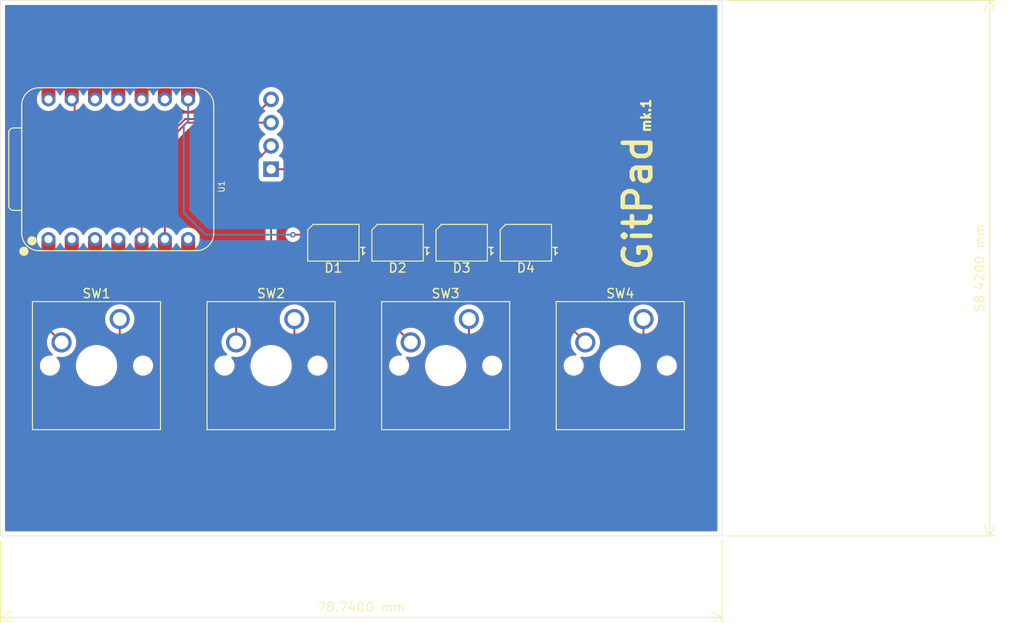
<source format=kicad_pcb>
(kicad_pcb (version 20240108) (generator "pcbnew") (generator_version "8.0")
  (layers (0 "F.Cu" signal) (31 "B.Cu" signal) (34 "B.Paste" user) (35 "F.Paste" user) (36 "B.SilkS" user "B.Silkscreen") (37 "F.SilkS" user "F.Silkscreen") (38 "B.Mask" user) (39 "F.Mask" user) (44 "Edge.Cuts" user))
  (net 0 "")
  (net 1 "Net-(D1-DOUT)")
  (net 2 "GND")
  (net 3 "Net-(D1-DIN)")
  (net 4 "+5V")
  (net 5 "Net-(D2-DOUT)")
  (net 6 "Net-(D3-DOUT)")
  (net 8 "SCL")
  (net 9 "SDA")
  (net 10 "Net-(U1-GPIO26{slash}ADC0{slash}A0)")
  (net 11 "Net-(U1-GPIO27{slash}ADC1{slash}A1)")
  (net 12 "Net-(U1-GPIO28{slash}ADC2{slash}A2)")
  (net 13 "Net-(U1-GPIO29{slash}ADC3{slash}A3)")
  (footprint "Button_Switch_Keyboard:SW_Cherry_MX_1.00u_PCB" (layer "F.Cu") (at 188.2775 63.97625)
    (property "Reference" "SW3" (at -2.54 -2.794 0) (layer "F.SilkS"))
    (property "Value" "SW_Push")
    (fp_line (start -9.525 -1.905) (end 4.445 -1.905) (stroke (width 0.12)) (layer "F.SilkS"))
    (fp_line (start -9.525 12.065) (end -9.525 -1.905) (stroke (width 0.12)) (layer "F.SilkS"))
    (fp_line (start 4.445 -1.905) (end 4.445 12.065) (stroke (width 0.12)) (layer "F.SilkS"))
    (fp_line (start 4.445 12.065) (end -9.525 12.065) (stroke (width 0.12)) (layer "F.SilkS"))
    (pad "" np_thru_hole circle (at -7.62 5.08) (size 1.7 1.7) (drill 1.7) (layers "*.Cu" "*.Mask"))
    (pad "" np_thru_hole circle (at -2.54 5.08) (size 4 4) (drill 4) (layers "*.Cu" "*.Mask"))
    (pad "" np_thru_hole circle (at 2.54 5.08) (size 1.7 1.7) (drill 1.7) (layers "*.Cu" "*.Mask"))
    (pad "1" thru_hole circle (at 0 0) (size 2.2 2.2) (drill 1.5) (layers "*.Cu" "*.Mask") (net 2 "GND"))
    (pad "2" thru_hole circle (at -6.35 2.54) (size 2.2 2.2) (drill 1.5) (layers "*.Cu" "*.Mask") (net 12 "Net-(U1-GPIO28{slash}ADC2{slash}A2)"))
  )
  (footprint "LED_SMD:LED_SK6812MINI_PLCC4_3.5x3.5mm_P1.75mm" (layer "F.Cu") (at 187.4875 55.64375 180)
    (property "Reference" "D3" (at 0 -2.75 360) (layer "F.SilkS"))
    (property "Value" "SK6812MINI")
    (fp_line (start 2.8 1.4) (end 2.8 -2) (stroke (width 0.12)) (layer "F.SilkS"))
    (fp_line (start 2.8 1.4) (end 2.2 2) (stroke (width 0.12)) (layer "F.SilkS"))
    (fp_line (start -2.8 2) (end 2.2 2) (stroke (width 0.12)) (layer "F.SilkS"))
    (fp_line (start -2.8 -2) (end 2.8 -2) (stroke (width 0.12)) (layer "F.SilkS"))
    (fp_line (start -2.8 -2) (end -2.8 2) (stroke (width 0.12)) (layer "F.SilkS"))
    (fp_text user "1" (at -3.2 -0.875 180) (layer "F.SilkS") (effects (font (size 0.8 0.8))))
    (pad "1" smd rect (at -1.75 -0.875 180) (size 1.6 0.85) (layers "F.Cu" "F.Paste" "F.Mask") (net 6 "Net-(D3-DOUT)"))
    (pad "2" smd rect (at -1.75 0.875 180) (size 1.6 0.85) (layers "F.Cu" "F.Paste" "F.Mask") (net 2 "GND"))
    (pad "3" smd rect (at 1.75 0.875 180) (size 1.6 0.85) (layers "F.Cu" "F.Paste" "F.Mask") (net 5 "Net-(D2-DOUT)"))
    (pad "4" smd rect (at 1.75 -0.875 180) (size 1.6 0.85) (layers "F.Cu" "F.Paste" "F.Mask") (net 4 "+5V"))
  )
  (footprint "Button_Switch_Keyboard:SW_Cherry_MX_1.00u_PCB" (layer "F.Cu") (at 207.3275 63.97625)
    (property "Reference" "SW4" (at -2.54 -2.794 0) (layer "F.SilkS"))
    (property "Value" "SW_Push")
    (fp_line (start -9.525 -1.905) (end 4.445 -1.905) (stroke (width 0.12)) (layer "F.SilkS"))
    (fp_line (start -9.525 12.065) (end -9.525 -1.905) (stroke (width 0.12)) (layer "F.SilkS"))
    (fp_line (start 4.445 -1.905) (end 4.445 12.065) (stroke (width 0.12)) (layer "F.SilkS"))
    (fp_line (start 4.445 12.065) (end -9.525 12.065) (stroke (width 0.12)) (layer "F.SilkS"))
    (pad "" np_thru_hole circle (at -7.62 5.08) (size 1.7 1.7) (drill 1.7) (layers "*.Cu" "*.Mask"))
    (pad "" np_thru_hole circle (at -2.54 5.08) (size 4 4) (drill 4) (layers "*.Cu" "*.Mask"))
    (pad "" np_thru_hole circle (at 2.54 5.08) (size 1.7 1.7) (drill 1.7) (layers "*.Cu" "*.Mask"))
    (pad "1" thru_hole circle (at 0 0) (size 2.2 2.2) (drill 1.5) (layers "*.Cu" "*.Mask") (net 2 "GND"))
    (pad "2" thru_hole circle (at -6.35 2.54) (size 2.2 2.2) (drill 1.5) (layers "*.Cu" "*.Mask") (net 13 "Net-(U1-GPIO29{slash}ADC3{slash}A3)"))
  )
  (footprint "LED_SMD:LED_SK6812MINI_PLCC4_3.5x3.5mm_P1.75mm" (layer "F.Cu") (at 180.4875 55.64375 180)
    (property "Reference" "D2" (at 0 -2.75 360) (layer "F.SilkS"))
    (property "Value" "SK6812MINI")
    (fp_line (start 2.8 1.4) (end 2.8 -2) (stroke (width 0.12)) (layer "F.SilkS"))
    (fp_line (start 2.8 1.4) (end 2.2 2) (stroke (width 0.12)) (layer "F.SilkS"))
    (fp_line (start -2.8 2) (end 2.2 2) (stroke (width 0.12)) (layer "F.SilkS"))
    (fp_line (start -2.8 -2) (end 2.8 -2) (stroke (width 0.12)) (layer "F.SilkS"))
    (fp_line (start -2.8 -2) (end -2.8 2) (stroke (width 0.12)) (layer "F.SilkS"))
    (fp_text user "1" (at -3.2 -0.875 180) (layer "F.SilkS") (effects (font (size 0.8 0.8))))
    (pad "1" smd rect (at -1.75 -0.875 180) (size 1.6 0.85) (layers "F.Cu" "F.Paste" "F.Mask") (net 5 "Net-(D2-DOUT)"))
    (pad "2" smd rect (at -1.75 0.875 180) (size 1.6 0.85) (layers "F.Cu" "F.Paste" "F.Mask") (net 2 "GND"))
    (pad "3" smd rect (at 1.75 0.875 180) (size 1.6 0.85) (layers "F.Cu" "F.Paste" "F.Mask") (net 1 "Net-(D1-DOUT)"))
    (pad "4" smd rect (at 1.75 -0.875 180) (size 1.6 0.85) (layers "F.Cu" "F.Paste" "F.Mask") (net 4 "+5V"))
  )
  (footprint "Button_Switch_Keyboard:SW_Cherry_MX_1.00u_PCB" (layer "F.Cu") (at 150.1775 63.97625)
    (property "Reference" "SW1" (at -2.54 -2.794 0) (layer "F.SilkS"))
    (property "Value" "SW_Push")
    (fp_line (start -9.525 -1.905) (end 4.445 -1.905) (stroke (width 0.12)) (layer "F.SilkS"))
    (fp_line (start -9.525 12.065) (end -9.525 -1.905) (stroke (width 0.12)) (layer "F.SilkS"))
    (fp_line (start 4.445 -1.905) (end 4.445 12.065) (stroke (width 0.12)) (layer "F.SilkS"))
    (fp_line (start 4.445 12.065) (end -9.525 12.065) (stroke (width 0.12)) (layer "F.SilkS"))
    (pad "" np_thru_hole circle (at -7.62 5.08) (size 1.7 1.7) (drill 1.7) (layers "*.Cu" "*.Mask"))
    (pad "" np_thru_hole circle (at -2.54 5.08) (size 4 4) (drill 4) (layers "*.Cu" "*.Mask"))
    (pad "" np_thru_hole circle (at 2.54 5.08) (size 1.7 1.7) (drill 1.7) (layers "*.Cu" "*.Mask"))
    (pad "1" thru_hole circle (at 0 0) (size 2.2 2.2) (drill 1.5) (layers "*.Cu" "*.Mask") (net 2 "GND"))
    (pad "2" thru_hole circle (at -6.35 2.54) (size 2.2 2.2) (drill 1.5) (layers "*.Cu" "*.Mask") (net 10 "Net-(U1-GPIO26{slash}ADC0{slash}A0)"))
  )
  (footprint "LED_SMD:LED_SK6812MINI_PLCC4_3.5x3.5mm_P1.75mm" (layer "F.Cu") (at 194.4875 55.64375 180)
    (property "Reference" "D4" (at 0 -2.75 360) (layer "F.SilkS"))
    (property "Value" "SK6812MINI")
    (fp_line (start 2.8 1.4) (end 2.8 -2) (stroke (width 0.12)) (layer "F.SilkS"))
    (fp_line (start 2.8 1.4) (end 2.2 2) (stroke (width 0.12)) (layer "F.SilkS"))
    (fp_line (start -2.8 2) (end 2.2 2) (stroke (width 0.12)) (layer "F.SilkS"))
    (fp_line (start -2.8 -2) (end 2.8 -2) (stroke (width 0.12)) (layer "F.SilkS"))
    (fp_line (start -2.8 -2) (end -2.8 2) (stroke (width 0.12)) (layer "F.SilkS"))
    (fp_text user "1" (at -3.2 -0.875 180) (layer "F.SilkS") (effects (font (size 0.8 0.8))))
    (pad "1" smd rect (at -1.75 -0.875 180) (size 1.6 0.85) (layers "F.Cu" "F.Paste" "F.Mask"))
    (pad "2" smd rect (at -1.75 0.875 180) (size 1.6 0.85) (layers "F.Cu" "F.Paste" "F.Mask") (net 2 "GND"))
    (pad "3" smd rect (at 1.75 0.875 180) (size 1.6 0.85) (layers "F.Cu" "F.Paste" "F.Mask") (net 6 "Net-(D3-DOUT)"))
    (pad "4" smd rect (at 1.75 -0.875 180) (size 1.6 0.85) (layers "F.Cu" "F.Paste" "F.Mask") (net 4 "+5V"))
  )
  (footprint "ScottoKeebs_Components:OLED_128x32" (layer "F.Cu") (at 165.0875 37.825)
    (property "Reference" "J1" (hide yes))
    (property "Value" "OLED_128x32")
    (pad "1" thru_hole rect (at 1.6 9.8 180) (size 1.7 1.7) (drill 1) (layers "*.Cu" "*.Mask") (net 2 "GND"))
    (pad "2" thru_hole oval (at 1.6 7.26 180) (size 1.7 1.7) (drill 1) (layers "*.Cu" "*.Mask") (net 4 "+5V"))
    (pad "3" thru_hole oval (at 1.6 4.72 180) (size 1.7 1.7) (drill 1) (layers "*.Cu" "*.Mask") (net 8 "SCL"))
    (pad "4" thru_hole oval (at 1.6 2.18 180) (size 1.7 1.7) (drill 1) (layers "*.Cu" "*.Mask") (net 9 "SDA"))
  )
  (footprint "Button_Switch_Keyboard:SW_Cherry_MX_1.00u_PCB" (layer "F.Cu") (at 169.2275 63.97625)
    (property "Reference" "SW2" (at -2.54 -2.794 0) (layer "F.SilkS"))
    (property "Value" "SW_Push")
    (fp_line (start -9.525 -1.905) (end 4.445 -1.905) (stroke (width 0.12)) (layer "F.SilkS"))
    (fp_line (start -9.525 12.065) (end -9.525 -1.905) (stroke (width 0.12)) (layer "F.SilkS"))
    (fp_line (start 4.445 -1.905) (end 4.445 12.065) (stroke (width 0.12)) (layer "F.SilkS"))
    (fp_line (start 4.445 12.065) (end -9.525 12.065) (stroke (width 0.12)) (layer "F.SilkS"))
    (pad "" np_thru_hole circle (at -7.62 5.08) (size 1.7 1.7) (drill 1.7) (layers "*.Cu" "*.Mask"))
    (pad "" np_thru_hole circle (at -2.54 5.08) (size 4 4) (drill 4) (layers "*.Cu" "*.Mask"))
    (pad "" np_thru_hole circle (at 2.54 5.08) (size 1.7 1.7) (drill 1.7) (layers "*.Cu" "*.Mask"))
    (pad "1" thru_hole circle (at 0 0) (size 2.2 2.2) (drill 1.5) (layers "*.Cu" "*.Mask") (net 2 "GND"))
    (pad "2" thru_hole circle (at -6.35 2.54) (size 2.2 2.2) (drill 1.5) (layers "*.Cu" "*.Mask") (net 11 "Net-(U1-GPIO27{slash}ADC1{slash}A1)"))
  )
  (footprint "OPL:XIAO-RP2040-DIP" (layer "F.Cu") (at 150.01875 47.625 90)
    (property "Reference" "U1" (at -1.905 11.27125 90) (layer "F.SilkS") (effects (font (size 0.635 0.635) (thickness 0.1016))))
    (property "Value" "XIAO-RP2040-DIP")
    (fp_line (start -3.991272 -11.951) (end 4.004 -11.951) (stroke (width 0.127)) (layer "F.SilkS"))
    (fp_line (start 4.504 -11.451) (end 4.504 -10.541) (stroke (width 0.127)) (layer "F.SilkS"))
    (fp_line (start 6.985 -10.541) (end -6.985 -10.541) (stroke (width 0.1)) (layer "F.SilkS"))
    (fp_line (start 6.985 -10.541) (end -6.985 -10.541) (stroke (width 0.127)) (layer "F.SilkS"))
    (fp_line (start -4.495 -10.541) (end -4.491272 -11.451272) (stroke (width 0.127)) (layer "F.SilkS"))
    (fp_line (start 8.89 8.509) (end 8.89 -8.636) (stroke (width 0.127)) (layer "F.SilkS"))
    (fp_line (start -8.89 8.509) (end -8.89 -8.636) (stroke (width 0.127)) (layer "F.SilkS"))
    (fp_line (start -6.985 10.414) (end 6.985 10.414) (stroke (width 0.127)) (layer "F.SilkS"))
    (fp_arc (start 4.004 -11.951) (mid 4.357553 -11.804553) (end 4.504 -11.451) (stroke (width 0.127)) (layer "F.SilkS"))
    (fp_arc (start -4.491272 -11.451272) (mid -4.344724 -11.804644) (end -3.991272 -11.951) (stroke (width 0.127)) (layer "F.SilkS"))
    (fp_arc (start 6.985 -10.541) (mid 8.332038 -9.983038) (end 8.89 -8.636) (stroke (width 0.127)) (layer "F.SilkS"))
    (fp_arc (start -8.89 -8.636) (mid -8.332038 -9.983038) (end -6.985 -10.541) (stroke (width 0.127)) (layer "F.SilkS"))
    (fp_arc (start 8.89 8.509) (mid 8.332038 9.856038) (end 6.985 10.414) (stroke (width 0.127)) (layer "F.SilkS"))
    (fp_arc (start -6.985 10.414) (mid -8.332038 9.856038) (end -8.89 8.509) (stroke (width 0.127)) (layer "F.SilkS"))
    (fp_circle (center -8.95 -10.3) (end -8.95 -10.554) (stroke (width 0.5)) (fill solid) (layer "F.SilkS"))
    (fp_circle (center -7.807 -9.42) (end -7.807 -9.674) (stroke (width 0.5)) (fill solid) (layer "F.SilkS"))
    (pad "1" smd roundrect (at -8.455 -7.62 270) (size 2.432 1.524) (layers "F.Cu" "F.Mask") (roundrect_rratio 0.1) (net 10 "Net-(U1-GPIO26{slash}ADC0{slash}A0)"))
    (pad "1" thru_hole circle (at -7.62 -7.62 270) (size 1.524 1.524) (drill 0.889) (layers "*.Cu" "*.Mask") (net 10 "Net-(U1-GPIO26{slash}ADC0{slash}A0)"))
    (pad "2" smd roundrect (at -8.455 -5.08 270) (size 2.432 1.524) (layers "F.Cu" "F.Mask") (roundrect_rratio 0.1) (net 11 "Net-(U1-GPIO27{slash}ADC1{slash}A1)"))
    (pad "2" thru_hole circle (at -7.62 -5.08 270) (size 1.524 1.524) (drill 0.889) (layers "*.Cu" "*.Mask") (net 11 "Net-(U1-GPIO27{slash}ADC1{slash}A1)"))
    (pad "3" smd roundrect (at -8.455 -2.54 270) (size 2.432 1.524) (layers "F.Cu" "F.Mask") (roundrect_rratio 0.1) (net 12 "Net-(U1-GPIO28{slash}ADC2{slash}A2)"))
    (pad "3" thru_hole circle (at -7.62 -2.54 270) (size 1.524 1.524) (drill 0.889) (layers "*.Cu" "*.Mask") (net 12 "Net-(U1-GPIO28{slash}ADC2{slash}A2)"))
    (pad "4" smd roundrect (at -8.455 0 270) (size 2.432 1.524) (layers "F.Cu" "F.Mask") (roundrect_rratio 0.1) (net 13 "Net-(U1-GPIO29{slash}ADC3{slash}A3)"))
    (pad "4" thru_hole circle (at -7.62 0 270) (size 1.524 1.524) (drill 0.889) (layers "*.Cu" "*.Mask") (net 13 "Net-(U1-GPIO29{slash}ADC3{slash}A3)"))
    (pad "5" smd roundrect (at -8.455 2.54 270) (size 2.432 1.524) (layers "F.Cu" "F.Mask") (roundrect_rratio 0.1) (net 9 "SDA"))
    (pad "5" thru_hole circle (at -7.62 2.54 270) (size 1.524 1.524) (drill 0.889) (layers "*.Cu" "*.Mask") (net 9 "SDA"))
    (pad "6" smd roundrect (at -8.455 5.08 270) (size 2.432 1.524) (layers "F.Cu" "F.Mask") (roundrect_rratio 0.1) (net 8 "SCL"))
    (pad "6" thru_hole circle (at -7.62 5.08 270) (size 1.524 1.524) (drill 0.889) (layers "*.Cu" "*.Mask") (net 8 "SCL"))
    (pad "7" smd roundrect (at -8.455 7.62 270) (size 2.432 1.524) (layers "F.Cu" "F.Mask") (roundrect_rratio 0.1))
    (pad "7" thru_hole circle (at -7.62 7.62 270) (size 1.524 1.524) (drill 0.889) (layers "*.Cu" "*.Mask"))
    (pad "8" thru_hole circle (at 7.62 7.62 90) (size 1.524 1.524) (drill 0.889) (layers "*.Cu" "*.Mask") (net 3 "Net-(D1-DIN)"))
    (pad "8" smd roundrect (at 8.455 7.62 90) (size 2.432 1.524) (layers "F.Cu" "F.Mask") (roundrect_rratio 0.1) (net 3 "Net-(D1-DIN)"))
    (pad "9" thru_hole circle (at 7.62 5.08 90) (size 1.524 1.524) (drill 0.889) (layers "*.Cu" "*.Mask"))
    (pad "9" smd roundrect (at 8.455 5.08 90) (size 2.432 1.524) (layers "F.Cu" "F.Mask") (roundrect_rratio 0.1))
    (pad "10" thru_hole circle (at 7.62 2.54 90) (size 1.524 1.524) (drill 0.889) (layers "*.Cu" "*.Mask"))
    (pad "10" smd roundrect (at 8.455 2.54 90) (size 2.432 1.524) (layers "F.Cu" "F.Mask") (roundrect_rratio 0.1))
    (pad "11" thru_hole circle (at 7.62 0 90) (size 1.524 1.524) (drill 0.889) (layers "*.Cu" "*.Mask"))
    (pad "11" smd roundrect (at 8.455 0 90) (size 2.432 1.524) (layers "F.Cu" "F.Mask") (roundrect_rratio 0.1))
    (pad "12" thru_hole circle (at 7.62 -2.54 90) (size 1.524 1.524) (drill 0.889) (layers "*.Cu" "*.Mask"))
    (pad "12" smd roundrect (at 8.455 -2.54 90) (size 2.432 1.524) (layers "F.Cu" "F.Mask") (roundrect_rratio 0.1))
    (pad "13" thru_hole circle (at 7.62 -5.08 90) (size 1.524 1.524) (drill 0.889) (layers "*.Cu" "*.Mask") (net 2 "GND"))
    (pad "13" smd roundrect (at 8.455 -5.08 90) (size 2.432 1.524) (layers "F.Cu" "F.Mask") (roundrect_rratio 0.1) (net 2 "GND"))
    (pad "14" thru_hole circle (at 7.62 -7.62 90) (size 1.524 1.524) (drill 0.889) (layers "*.Cu" "*.Mask") (net 4 "+5V"))
    (pad "14" smd roundrect (at 8.455 -7.62 90) (size 2.432 1.524) (layers "F.Cu" "F.Mask") (roundrect_rratio 0.1) (net 4 "+5V"))
  )
  (footprint "LED_SMD:LED_SK6812MINI_PLCC4_3.5x3.5mm_P1.75mm" (layer "F.Cu") (at 173.4875 55.64375 180)
    (property "Reference" "D1" (at 0 -2.75 360) (layer "F.SilkS"))
    (property "Value" "SK6812MINI")
    (fp_line (start 2.8 1.4) (end 2.8 -2) (stroke (width 0.12)) (layer "F.SilkS"))
    (fp_line (start 2.8 1.4) (end 2.2 2) (stroke (width 0.12)) (layer "F.SilkS"))
    (fp_line (start -2.8 2) (end 2.2 2) (stroke (width 0.12)) (layer "F.SilkS"))
    (fp_line (start -2.8 -2) (end 2.8 -2) (stroke (width 0.12)) (layer "F.SilkS"))
    (fp_line (start -2.8 -2) (end -2.8 2) (stroke (width 0.12)) (layer "F.SilkS"))
    (fp_text user "1" (at -3.2 -0.875 180) (layer "F.SilkS") (effects (font (size 0.8 0.8))))
    (pad "1" smd rect (at -1.75 -0.875 180) (size 1.6 0.85) (layers "F.Cu" "F.Paste" "F.Mask") (net 1 "Net-(D1-DOUT)"))
    (pad "2" smd rect (at -1.75 0.875 180) (size 1.6 0.85) (layers "F.Cu" "F.Paste" "F.Mask") (net 2 "GND"))
    (pad "3" smd rect (at 1.75 0.875 180) (size 1.6 0.85) (layers "F.Cu" "F.Paste" "F.Mask") (net 3 "Net-(D1-DIN)"))
    (pad "4" smd rect (at 1.75 -0.875 180) (size 1.6 0.85) (layers "F.Cu" "F.Paste" "F.Mask") (net 4 "+5V"))
  )
  (gr_rect (start 137.16 29.21) (end 215.9 87.63) (stroke (width 0.05)) (fill none) (layer "Edge.Cuts"))
  (gr_text "mk.1" (at 208.19 43.72 90) (layer "F.SilkS") (effects (font (size 1 1) (thickness 0.25) (bold yes)) (justify left bottom)))
  (gr_text "GitPad" (at 208.46 58.93 90) (layer "F.SilkS") (effects (font (size 3 3) (thickness 0.5) (bold yes)) (justify left bottom)))
  (dimension (type aligned) (layer "F.SilkS") (pts (xy 215.9 87.63) (xy 137.16 87.63)) (height -8.89) (gr_text "78.7400 mm" (at 176.53 95.42 0) (layer "F.SilkS") (effects (font (size 1 1) (thickness 0.1)))) (format (prefix "") (suffix "") (units 3) (units_format 1) (precision 4)) (style (thickness 0.1) (arrow_length 1.27) (text_position_mode 0) (extension_height 0.58642) (extension_offset 0.5) keep_text_aligned))
  (dimension (type aligned) (layer "F.SilkS") (pts (xy 215.9 87.63) (xy 215.9 29.21)) (height 29.21) (gr_text "58.4200 mm" (at 244.01 58.42 90) (layer "F.SilkS") (effects (font (size 1 1) (thickness 0.1)))) (format (prefix "") (suffix "") (units 3) (units_format 1) (precision 4)) (style (thickness 0.1) (arrow_length 1.27) (text_position_mode 0) (extension_height 0.58642) (extension_offset 0.5) keep_text_aligned))
  (segment (start 175.2375 56.51875) (end 176.9875 56.51875) (width 0.2) (layer "F.Cu") (net 1))
  (segment (start 176.9875 56.51875) (end 178.7375 54.76875) (width 0.2) (layer "F.Cu") (net 1))
  (segment (start 140.49375 73.81875) (end 140.49375 42.8625) (width 0.2) (layer "F.Cu") (net 2))
  (segment (start 189.2375 53.50625) (end 188.11875 52.3875) (width 0.2) (layer "F.Cu") (net 2))
  (segment (start 188.2775 73.66) (end 188.2775 63.97625) (width 0.2) (layer "F.Cu") (net 2))
  (segment (start 171.45 52.3875) (end 171.45 47.625) (width 0.2) (layer "F.Cu") (net 2))
  (segment (start 171.45 38.1) (end 171.004 37.654) (width 0.2) (layer "F.Cu") (net 2))
  (segment (start 182.2375 53.65) (end 180.975 52.3875) (width 0.2) (layer "F.Cu") (net 2))
  (segment (start 207.16875 66.675) (end 207.3275 66.51625) (width 0.2) (layer "F.Cu") (net 2))
  (segment (start 150.01875 73.81875) (end 140.49375 73.81875) (width 0.2) (layer "F.Cu") (net 2))
  (segment (start 207.3275 66.51625) (end 207.3275 63.97625) (width 0.2) (layer "F.Cu") (net 2))
  (segment (start 195.2625 52.3875) (end 188.11875 52.3875) (width 0.2) (layer "F.Cu") (net 2))
  (segment (start 146.21212 37.654) (end 144.93875 38.92737) (width 0.2) (layer "F.Cu") (net 2))
  (segment (start 145.25625 42.8625) (end 145.25625 40.3225) (width 0.2) (layer "F.Cu") (net 2))
  (segment (start 169.06875 73.81875) (end 188.11875 73.81875) (width 0.2) (layer "F.Cu") (net 2))
  (segment (start 180.975 52.3875) (end 173.83125 52.3875) (width 0.2) (layer "F.Cu") (net 2))
  (segment (start 166.6875 47.625) (end 171.45 47.625) (width 0.2) (layer "F.Cu") (net 2))
  (segment (start 189.2375 54.76875) (end 189.2375 53.50625) (width 0.2) (layer "F.Cu") (net 2))
  (segment (start 140.49375 42.8625) (end 145.25625 42.8625) (width 0.2) (layer "F.Cu") (net 2))
  (segment (start 173.83125 52.3875) (end 171.45 52.3875) (width 0.2) (layer "F.Cu") (net 2))
  (segment (start 196.2375 54.76875) (end 196.2375 53.3625) (width 0.2) (layer "F.Cu") (net 2))
  (segment (start 169.06875 73.81875) (end 169.2275 73.66) (width 0.2) (layer "F.Cu") (net 2))
  (segment (start 188.11875 73.81875) (end 188.2775 73.66) (width 0.2) (layer "F.Cu") (net 2))
  (segment (start 182.2375 54.76875) (end 182.2375 53.65) (width 0.2) (layer "F.Cu") (net 2))
  (segment (start 175.2375 54.76875) (end 175.2375 53.79375) (width 0.2) (layer "F.Cu") (net 2))
  (segment (start 145.25625 40.3225) (end 144.93875 40.005) (width 0.2) (layer "F.Cu") (net 2))
  (segment (start 171.004 37.654) (end 146.21212 37.654) (width 0.2) (layer "F.Cu") (net 2))
  (segment (start 169.2275 73.66) (end 169.2275 63.97625) (width 0.2) (layer "F.Cu") (net 2))
  (segment (start 150.1775 73.66) (end 150.01875 73.81875) (width 0.2) (layer "F.Cu") (net 2))
  (segment (start 150.01875 73.81875) (end 169.06875 73.81875) (width 0.2) (layer "F.Cu") (net 2))
  (segment (start 188.11875 73.81875) (end 207.16875 73.81875) (width 0.2) (layer "F.Cu") (net 2))
  (segment (start 196.2375 53.3625) (end 195.2625 52.3875) (width 0.2) (layer "F.Cu") (net 2))
  (segment (start 171.45 47.625) (end 171.45 38.1) (width 0.2) (layer "F.Cu") (net 2))
  (segment (start 188.11875 52.3875) (end 180.975 52.3875) (width 0.2) (layer "F.Cu") (net 2))
  (segment (start 175.2375 53.79375) (end 173.83125 52.3875) (width 0.2) (layer "F.Cu") (net 2))
  (segment (start 150.1775 63.97625) (end 150.1775 73.66) (width 0.2) (layer "F.Cu") (net 2))
  (segment (start 144.93875 38.92737) (end 144.93875 40.005) (width 0.2) (layer "F.Cu") (net 2))
  (segment (start 207.16875 73.81875) (end 207.16875 66.675) (width 0.2) (layer "F.Cu") (net 2))
  (segment (start 171.7375 54.76875) (end 169.06875 54.76875) (width 0.2) (layer "F.Cu") (net 3))
  (via (at 169.06875 54.76875) (size 0.6) (drill 0.3) (layers "F.Cu" "B.Cu") (net 3))
  (segment (start 169.06875 54.76875) (end 159.54375 54.76875) (width 0.2) (layer "B.Cu") (net 3))
  (segment (start 159.54375 54.76875) (end 157.1625 52.3875) (width 0.2) (layer "B.Cu") (net 3))
  (segment (start 157.1625 42.8625) (end 157.63875 42.38625) (width 0.2) (layer "B.Cu") (net 3))
  (segment (start 157.1625 52.3875) (end 157.1625 42.8625) (width 0.2) (layer "B.Cu") (net 3))
  (segment (start 157.63875 42.38625) (end 157.63875 40.005) (width 0.2) (layer "B.Cu") (net 3))
  (segment (start 173.83125 59.53125) (end 178.59375 59.53125) (width 0.2) (layer "F.Cu") (net 4))
  (segment (start 171.85 37.934314) (end 171.169686 37.254) (width 0.2) (layer "F.Cu") (net 4))
  (segment (start 171.169686 37.254) (end 144.31475 37.254) (width 0.2) (layer "F.Cu") (net 4))
  (segment (start 192.88125 59.53125) (end 200.025 59.53125) (width 0.2) (layer "F.Cu") (net 4))
  (segment (start 178.7375 59.3875) (end 178.59375 59.53125) (width 0.2) (layer "F.Cu") (net 4))
  (segment (start 185.7375 59.53125) (end 192.88125 59.53125) (width 0.2) (layer "F.Cu") (net 4))
  (segment (start 200.025 50.00625) (end 171.85 50.00625) (width 0.2) (layer "F.Cu") (net 4))
  (segment (start 166.6875 52.3875) (end 164.30625 50.00625) (width 0.2) (layer "F.Cu") (net 4))
  (segment (start 171.85 50.00625) (end 171.85 37.934314) (width 0.2) (layer "F.Cu") (net 4))
  (segment (start 164.30625 50.00625) (end 164.30625 47.46625) (width 0.2) (layer "F.Cu") (net 4))
  (segment (start 171.7375 56.51875) (end 171.7375 57.4375) (width 0.2) (layer "F.Cu") (net 4))
  (segment (start 200.025 59.53125) (end 200.025 50.00625) (width 0.2) (layer "F.Cu") (net 4))
  (segment (start 192.7375 56.51875) (end 192.7375 59.3875) (width 0.2) (layer "F.Cu") (net 4))
  (segment (start 144.31475 37.254) (end 142.39875 39.17) (width 0.2) (layer "F.Cu") (net 4))
  (segment (start 173.83125 59.53125) (end 166.6875 59.53125) (width 0.2) (layer "F.Cu") (net 4))
  (segment (start 178.59375 59.53125) (end 185.7375 59.53125) (width 0.2) (layer "F.Cu") (net 4))
  (segment (start 166.6875 59.53125) (end 166.6875 52.3875) (width 0.2) (layer "F.Cu") (net 4))
  (segment (start 171.7375 57.4375) (end 173.83125 59.53125) (width 0.2) (layer "F.Cu") (net 4))
  (segment (start 192.7375 59.3875) (end 192.88125 59.53125) (width 0.2) (layer "F.Cu") (net 4))
  (segment (start 185.7375 56.51875) (end 185.7375 59.53125) (width 0.2) (layer "F.Cu") (net 4))
  (segment (start 164.30625 47.46625) (end 166.6875 45.085) (width 0.2) (layer "F.Cu") (net 4))
  (segment (start 142.39875 39.17) (end 142.39875 40.005) (width 0.2) (layer "F.Cu") (net 4))
  (segment (start 178.7375 56.51875) (end 178.7375 59.3875) (width 0.2) (layer "F.Cu") (net 4))
  (segment (start 182.2375 56.51875) (end 183.9875 56.51875) (width 0.2) (layer "F.Cu") (net 5))
  (segment (start 183.9875 56.51875) (end 185.7375 54.76875) (width 0.2) (layer "F.Cu") (net 5))
  (segment (start 190.9875 56.51875) (end 192.7375 54.76875) (width 0.2) (layer "F.Cu") (net 6))
  (segment (start 189.2375 56.51875) (end 190.9875 56.51875) (width 0.2) (layer "F.Cu") (net 6))
  (segment (start 155.09875 44.92625) (end 155.09875 55.245) (width 0.2) (layer "F.Cu") (net 8))
  (segment (start 166.6875 42.545) (end 157.48 42.545) (width 0.2) (layer "F.Cu") (net 8))
  (segment (start 157.48 42.545) (end 155.09875 44.92625) (width 0.2) (layer "F.Cu") (net 8))
  (segment (start 166.6875 40.005) (end 164.5475 42.145) (width 0.2) (layer "F.Cu") (net 9))
  (segment (start 164.5475 42.145) (end 157.314314 42.145) (width 0.2) (layer "F.Cu") (net 9))
  (segment (start 157.314314 42.145) (end 152.55875 46.900564) (width 0.2) (layer "F.Cu") (net 9))
  (segment (start 152.55875 46.900564) (end 152.55875 55.245) (width 0.2) (layer "F.Cu") (net 9))
  (segment (start 142.39875 55.245) (end 142.39875 65.0875) (width 0.2) (layer "F.Cu") (net 10))
  (segment (start 142.39875 65.0875) (end 143.8275 66.51625) (width 0.2) (layer "F.Cu") (net 10))
  (segment (start 144.93875 55.245) (end 144.93875 61.595) (width 0.2) (layer "F.Cu") (net 11))
  (segment (start 145.25625 61.9125) (end 161.925 61.9125) (width 0.2) (layer "F.Cu") (net 11))
  (segment (start 162.8775 62.865) (end 162.8775 66.51625) (width 0.2) (layer "F.Cu") (net 11))
  (segment (start 161.925 61.9125) (end 162.8775 62.865) (width 0.2) (layer "F.Cu") (net 11))
  (segment (start 144.93875 61.595) (end 145.25625 61.9125) (width 0.2) (layer "F.Cu") (net 11))
  (segment (start 147.6375 61.5125) (end 176.92375 61.5125) (width 0.2) (layer "F.Cu") (net 12))
  (segment (start 176.92375 61.5125) (end 181.9275 66.51625) (width 0.2) (layer "F.Cu") (net 12))
  (segment (start 147.47875 61.35375) (end 147.6375 61.5125) (width 0.2) (layer "F.Cu") (net 12))
  (segment (start 147.47875 55.245) (end 147.47875 61.35375) (width 0.2) (layer "F.Cu") (net 12))
  (segment (start 150.01875 61.1125) (end 195.57375 61.1125) (width 0.2) (layer "F.Cu") (net 13))
  (segment (start 195.57375 61.1125) (end 200.9775 66.51625) (width 0.2) (layer "F.Cu") (net 13))
  (segment (start 150.01875 56.08) (end 150.01875 61.1125) (width 0.2) (layer "F.Cu") (net 13))
  (zone (net 0) (net_name "") (layers "F&B.Cu") (connect_pads (clearance 0.5)) (min_thickness 0.25) (fill yes (thermal_gap 0.5) (thermal_bridge_width 0.5) (island_removal_mode 1) (island_area_min 10))
    (polygon (pts (xy 137.16 29.21) (xy 137.16 87.63) (xy 215.9 87.63) (xy 215.9 29.21)))
  )
)
</source>
